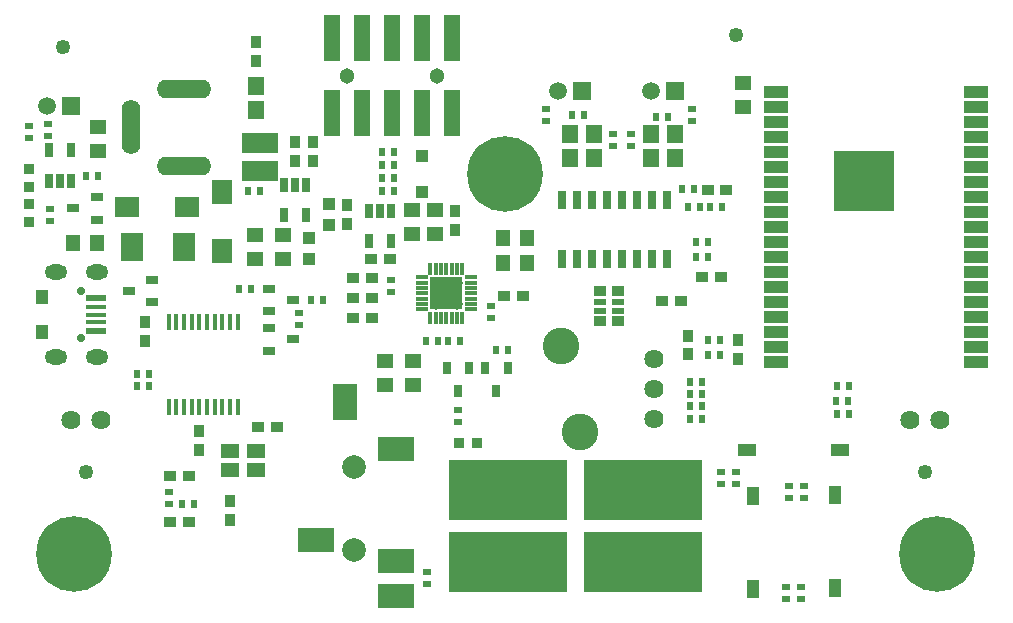
<source format=gbr>
G04 #@! TF.GenerationSoftware,KiCad,Pcbnew,5.1.0-unknown-223e24f~82~ubuntu18.04.1*
G04 #@! TF.CreationDate,2019-04-23T11:49:51+03:00*
G04 #@! TF.ProjectId,ESP32-ADF_Rev_B,45535033-322d-4414-9446-5f5265765f42,rev?*
G04 #@! TF.SameCoordinates,Original*
G04 #@! TF.FileFunction,Soldermask,Top*
G04 #@! TF.FilePolarity,Negative*
%FSLAX46Y46*%
G04 Gerber Fmt 4.6, Leading zero omitted, Abs format (unit mm)*
G04 Created by KiCad (PCBNEW 5.1.0-unknown-223e24f~82~ubuntu18.04.1) date 2019-04-23 11:49:51*
%MOMM*%
%LPD*%
G04 APERTURE LIST*
%ADD10R,0.901600X1.001600*%
%ADD11R,1.001600X0.901600*%
%ADD12R,1.371600X1.151600*%
%ADD13R,1.151600X1.371600*%
%ADD14R,0.801600X1.001600*%
%ADD15R,1.001600X0.801600*%
%ADD16R,0.601600X0.651600*%
%ADD17R,1.501600X1.301600*%
%ADD18R,1.051600X1.051600*%
%ADD19R,0.771600X1.551600*%
%ADD20R,1.117600X1.117600*%
%ADD21R,1.371600X3.911600*%
%ADD22C,1.301600*%
%ADD23O,1.601600X4.601600*%
%ADD24O,4.601600X1.601600*%
%ADD25R,0.651600X0.601600*%
%ADD26R,2.101600X1.001600*%
%ADD27R,5.101600X5.101600*%
%ADD28C,2.101600*%
%ADD29R,1.625600X1.117600*%
%ADD30C,3.101600*%
%ADD31C,1.625600*%
%ADD32R,1.501600X1.501600*%
%ADD33C,1.501600*%
%ADD34C,6.401600*%
%ADD35R,1.117600X1.625600*%
%ADD36R,1.371600X1.625600*%
%ADD37R,0.651600X1.301600*%
%ADD38C,2.001600*%
%ADD39R,3.101600X2.101600*%
%ADD40R,2.101600X3.101600*%
%ADD41R,0.901600X0.901600*%
%ADD42R,1.879600X2.387600*%
%ADD43R,2.101600X1.801600*%
%ADD44R,1.801600X2.101600*%
%ADD45R,3.101600X1.701600*%
%ADD46R,0.426600X1.371600*%
%ADD47R,1.001600X0.301600*%
%ADD48R,0.301600X1.001600*%
%ADD49C,1.701600*%
%ADD50C,0.991600*%
%ADD51R,2.801600X2.801600*%
%ADD52R,1.751600X0.601600*%
%ADD53R,1.751600X0.426600*%
%ADD54C,0.701600*%
%ADD55R,1.101600X1.201600*%
%ADD56O,1.901600X1.301600*%
%ADD57R,10.101600X5.101600*%
%ADD58C,1.254000*%
%ADD59R,1.117600X0.609600*%
%ADD60R,1.117600X0.863600*%
G04 APERTURE END LIST*
D10*
X75400000Y-38200000D03*
X75400000Y-36600000D03*
X80233520Y-46654620D03*
X80233520Y-45054620D03*
X78709520Y-46667320D03*
X78709520Y-45067320D03*
X83100000Y-52000000D03*
X83100000Y-50400000D03*
D11*
X85100000Y-55000000D03*
X86700000Y-55000000D03*
X83600000Y-60006500D03*
X85200000Y-60006500D03*
X83600000Y-58306500D03*
X85200000Y-58306500D03*
D10*
X92250260Y-50894080D03*
X92250260Y-52494080D03*
D11*
X97995640Y-58150760D03*
X96395640Y-58150760D03*
X83591500Y-56562500D03*
X85191500Y-56562500D03*
D10*
X111993680Y-61468100D03*
X111993680Y-63068100D03*
D11*
X69734240Y-73342140D03*
X68134240Y-73342140D03*
D10*
X73197720Y-77088900D03*
X73197720Y-75488900D03*
D11*
X77177800Y-69245480D03*
X75577800Y-69245480D03*
D10*
X70573900Y-71163080D03*
X70573900Y-69563080D03*
X65976500Y-60350500D03*
X65976500Y-61950500D03*
X116200000Y-63461000D03*
X116200000Y-61861000D03*
D11*
X69715280Y-77238860D03*
X68115280Y-77238860D03*
X114730000Y-56496000D03*
X113130000Y-56496000D03*
X115211760Y-49110900D03*
X113611760Y-49110900D03*
X111353500Y-58547000D03*
X109753500Y-58547000D03*
D12*
X116583460Y-40083740D03*
X116583460Y-42115740D03*
D13*
X59884000Y-53600000D03*
X61916000Y-53600000D03*
D12*
X62000000Y-43784000D03*
X62000000Y-45816000D03*
X75300000Y-55016000D03*
X75300000Y-52984000D03*
X77700000Y-55016000D03*
X77700000Y-52984000D03*
X88623140Y-50807620D03*
X88623140Y-52839620D03*
X90563700Y-50825400D03*
X90563700Y-52857400D03*
X88700000Y-63584000D03*
X88700000Y-65616000D03*
X86300000Y-63584000D03*
X86300000Y-65616000D03*
D13*
X96277000Y-55353000D03*
X98309000Y-55353000D03*
X96277000Y-53250000D03*
X98309000Y-53250000D03*
D14*
X96677520Y-64204340D03*
X94777520Y-64204340D03*
X95727520Y-66204340D03*
D15*
X61900000Y-51650000D03*
X61900000Y-49750000D03*
X59900000Y-50700000D03*
X66600000Y-58650000D03*
X66600000Y-56750000D03*
X64600000Y-57700000D03*
D14*
X93421240Y-64204340D03*
X91521240Y-64204340D03*
X92471240Y-66204340D03*
D15*
X76500000Y-60850000D03*
X76500000Y-62750000D03*
X78500000Y-61800000D03*
X76507440Y-57499960D03*
X76507440Y-59399960D03*
X78507440Y-58449960D03*
D16*
X113835180Y-50586640D03*
X114851180Y-50586640D03*
X111996220Y-50599340D03*
X113012220Y-50599340D03*
D17*
X73212780Y-71239480D03*
X75412780Y-72839480D03*
X75412780Y-71239480D03*
X73212780Y-72839480D03*
D18*
X89451180Y-49347720D03*
X89451180Y-46247720D03*
D19*
X101325680Y-50001400D03*
X102595680Y-50001400D03*
X103865680Y-50001400D03*
X105135680Y-50001400D03*
X106405680Y-50001400D03*
X107675680Y-50001400D03*
X108945680Y-50001400D03*
X110215680Y-50001400D03*
X110215680Y-54951400D03*
X108945680Y-54951400D03*
X107675680Y-54951400D03*
X106405680Y-54951400D03*
X105135680Y-54951400D03*
X103865680Y-54951400D03*
X102595680Y-54951400D03*
X101325680Y-54951400D03*
D20*
X81600000Y-50322000D03*
X81600000Y-52100000D03*
X79900000Y-54989000D03*
X79900000Y-53211000D03*
D21*
X91986100Y-36283900D03*
X91986100Y-42633900D03*
X89446100Y-36283900D03*
X89446100Y-42633900D03*
X86906100Y-36283900D03*
X86906100Y-42633900D03*
X84366100Y-36283900D03*
X84366100Y-42633900D03*
X81826100Y-36283900D03*
X81826100Y-42633900D03*
D22*
X83096100Y-39458900D03*
X90716100Y-39458900D03*
D23*
X64800000Y-43800000D03*
D24*
X69250000Y-40600000D03*
X69250000Y-47100000D03*
D25*
X112306100Y-43329860D03*
X112306100Y-42313860D03*
X107091480Y-44378880D03*
X107091480Y-45394880D03*
D16*
X112672000Y-53530500D03*
X113688000Y-53530500D03*
D25*
X105610660Y-45405040D03*
X105610660Y-44389040D03*
X99966780Y-42291000D03*
X99966780Y-43307000D03*
X120500000Y-75258000D03*
X120500000Y-74242000D03*
X116000000Y-74008000D03*
X116000000Y-72992000D03*
D16*
X110236000Y-42926000D03*
X109220000Y-42926000D03*
X103124000Y-42799000D03*
X102108000Y-42799000D03*
X124561600Y-65725040D03*
X125577600Y-65725040D03*
X90754200Y-61958220D03*
X89738200Y-61958220D03*
X92659460Y-61954380D03*
X91643460Y-61954380D03*
D25*
X56200000Y-43727000D03*
X56200000Y-44743000D03*
X95300000Y-60008000D03*
X95300000Y-58992000D03*
D16*
X96680020Y-62669420D03*
X95664020Y-62669420D03*
D25*
X57800000Y-43592000D03*
X57800000Y-44608000D03*
X121500000Y-83758000D03*
X121500000Y-82742000D03*
X57900000Y-50792000D03*
X57900000Y-51808000D03*
X86800000Y-57808000D03*
X86800000Y-56792000D03*
D16*
X62008000Y-48000000D03*
X60992000Y-48000000D03*
X87044220Y-45954000D03*
X86028220Y-45954000D03*
X87040720Y-47037500D03*
X86024720Y-47037500D03*
X87040720Y-49196500D03*
X86024720Y-49196500D03*
X87044220Y-48117000D03*
X86028220Y-48117000D03*
X125547120Y-68099940D03*
X124531120Y-68099940D03*
D25*
X89900000Y-81492000D03*
X89900000Y-82508000D03*
D16*
X113692000Y-63150000D03*
X114708000Y-63150000D03*
D25*
X68034240Y-74734140D03*
X68034240Y-75750140D03*
D16*
X114708000Y-61850000D03*
X113692000Y-61850000D03*
X69082920Y-75745340D03*
X70098920Y-75745340D03*
X75758000Y-49250000D03*
X74742000Y-49250000D03*
X113676000Y-54845000D03*
X112660000Y-54845000D03*
X112438180Y-49088040D03*
X111422180Y-49088040D03*
D25*
X120250000Y-83758000D03*
X120250000Y-82742000D03*
D16*
X113179500Y-66413500D03*
X112163500Y-66413500D03*
X65283080Y-65714880D03*
X66299080Y-65714880D03*
X113179500Y-65413500D03*
X112163500Y-65413500D03*
X81079340Y-58442860D03*
X80063340Y-58442860D03*
X113179500Y-68513500D03*
X112163500Y-68513500D03*
X113179500Y-67413500D03*
X112163500Y-67413500D03*
X65303400Y-64701420D03*
X66319400Y-64701420D03*
D25*
X78986380Y-60563760D03*
X78986380Y-59547760D03*
D16*
X74942700Y-57513220D03*
X73926700Y-57513220D03*
D25*
X92489020Y-67800220D03*
X92489020Y-68816220D03*
X114750000Y-74008000D03*
X114750000Y-72992000D03*
X121750000Y-75250000D03*
X121750000Y-74234000D03*
D16*
X124526040Y-66984880D03*
X125542040Y-66984880D03*
D26*
X136368680Y-62444200D03*
X136368680Y-61174200D03*
X136368680Y-59904200D03*
X136368680Y-58634200D03*
X136368680Y-63714200D03*
X119368680Y-63714200D03*
X119368680Y-58634200D03*
X119368680Y-59904200D03*
X119368680Y-61174200D03*
X119368680Y-62444200D03*
X119368680Y-40854200D03*
X119368680Y-42124200D03*
X119368680Y-43394200D03*
X119368680Y-44664200D03*
X119368680Y-45934200D03*
X119368680Y-47204200D03*
X119368680Y-48474200D03*
X119368680Y-49744200D03*
X119368680Y-51014200D03*
X119368680Y-52284200D03*
X119368680Y-53554200D03*
X119368680Y-54824200D03*
X119368680Y-56094200D03*
X119368680Y-57364200D03*
X136368680Y-57364200D03*
X136368680Y-56094200D03*
X136368680Y-54824200D03*
X136368680Y-53554200D03*
X136368680Y-52284200D03*
X136368680Y-51014200D03*
X136368680Y-49744200D03*
X136368680Y-48474200D03*
X136368680Y-47204200D03*
X136368680Y-45934200D03*
X136368680Y-44664200D03*
X136368680Y-43394200D03*
X136368680Y-42124200D03*
X136368680Y-40854200D03*
D27*
X126868680Y-48364200D03*
D28*
X126868680Y-48364200D03*
D29*
X116963000Y-71199000D03*
X124837000Y-71199000D03*
D30*
X101180000Y-62350000D03*
X102780000Y-69650000D03*
D31*
X109080000Y-63460000D03*
X109080000Y-66000000D03*
X109080000Y-68540000D03*
X133270000Y-68595000D03*
X130730000Y-68595000D03*
X62270000Y-68595000D03*
X59730000Y-68595000D03*
D32*
X59682380Y-42014140D03*
D33*
X57670700Y-42016680D03*
D32*
X110825380Y-40798140D03*
D33*
X108813700Y-40800680D03*
D32*
X102951380Y-40798140D03*
D33*
X100939700Y-40800680D03*
D22*
X96500000Y-45337000D03*
X96500000Y-50163000D03*
X94849000Y-49401000D03*
X94722000Y-46099000D03*
X98151000Y-49401000D03*
X98151000Y-46099000D03*
X94087000Y-47750000D03*
X98913000Y-47750000D03*
D34*
X96500000Y-47750000D03*
D35*
X124405025Y-82876340D03*
X124405025Y-75002340D03*
X117500000Y-82891000D03*
X117500000Y-75017000D03*
D36*
X110833000Y-44377000D03*
X110833000Y-46409000D03*
X108801000Y-44377000D03*
X108801000Y-46409000D03*
X103959000Y-44377000D03*
X103959000Y-46409000D03*
X101927000Y-44377000D03*
X101927000Y-46409000D03*
X75400000Y-42400000D03*
X75400000Y-40368000D03*
D37*
X86850000Y-50900000D03*
X85900000Y-50900000D03*
X84950000Y-50900000D03*
X86850000Y-53500000D03*
X84950000Y-53500000D03*
X79650000Y-48700000D03*
X78700000Y-48700000D03*
X77750000Y-48700000D03*
X79650000Y-51300000D03*
X77750000Y-51300000D03*
X57850000Y-48400000D03*
X58800000Y-48400000D03*
X59750000Y-48400000D03*
X57850000Y-45800000D03*
X59750000Y-45800000D03*
D38*
X83700000Y-72600000D03*
X83700000Y-79600000D03*
D39*
X87200000Y-80600000D03*
D40*
X82900000Y-67100000D03*
D39*
X80500000Y-78800000D03*
X87200000Y-71100000D03*
X87200000Y-83500000D03*
D41*
X56200000Y-51862000D03*
X56200000Y-50338000D03*
X92527120Y-70563740D03*
X94051120Y-70563740D03*
D42*
X69277000Y-54000000D03*
X64923000Y-54000000D03*
D43*
X64500000Y-50600000D03*
X69500000Y-50600000D03*
D44*
X72500000Y-54300000D03*
X72500000Y-49300000D03*
D45*
X75727560Y-45165160D03*
X75727560Y-47565160D03*
D22*
X60000000Y-77587000D03*
X60000000Y-82413000D03*
X58349000Y-81651000D03*
X58222000Y-78349000D03*
X61651000Y-81651000D03*
X61651000Y-78349000D03*
X57587000Y-80000000D03*
X62413000Y-80000000D03*
D34*
X60000000Y-80000000D03*
D22*
X133000000Y-77587000D03*
X133000000Y-82413000D03*
X131349000Y-81651000D03*
X131222000Y-78349000D03*
X134651000Y-81651000D03*
X134651000Y-78349000D03*
X130587000Y-80000000D03*
X135413000Y-80000000D03*
D34*
X133000000Y-80000000D03*
D41*
X56200000Y-47338000D03*
X56200000Y-48862000D03*
D46*
X67975000Y-67519500D03*
X68625000Y-67519500D03*
X69275000Y-67519500D03*
X69925000Y-67519500D03*
X70575000Y-67519500D03*
X71225000Y-67519500D03*
X71875000Y-67519500D03*
X72525000Y-67519500D03*
X73175000Y-67519500D03*
X73825000Y-67519500D03*
X73825000Y-60280500D03*
X73175000Y-60280500D03*
X72525000Y-60280500D03*
X71875000Y-60280500D03*
X71225000Y-60280500D03*
X70575000Y-60280500D03*
X69925000Y-60280500D03*
X69275000Y-60280500D03*
X68625000Y-60280500D03*
X67975000Y-60280500D03*
D47*
X93583820Y-59250000D03*
X93583820Y-58800000D03*
X93583820Y-58350000D03*
X93583820Y-57900000D03*
X93583820Y-57450000D03*
X93583820Y-57000000D03*
X93583820Y-56550000D03*
D48*
X92850000Y-55816180D03*
X92400000Y-55816180D03*
X91950000Y-55816180D03*
X91500000Y-55816180D03*
X91050000Y-55816180D03*
X90600000Y-55816180D03*
X90150000Y-55816180D03*
D47*
X89416180Y-56550000D03*
X89416180Y-57000000D03*
X89416180Y-57450000D03*
X89416180Y-57900000D03*
X89416180Y-58350000D03*
X89416180Y-58800000D03*
X89416180Y-59250000D03*
D48*
X90150000Y-59983820D03*
X90600000Y-59983820D03*
X91050000Y-59983820D03*
X91500000Y-59983820D03*
X91950000Y-59983820D03*
X92400000Y-59983820D03*
X92850000Y-59983820D03*
D49*
X91500000Y-57900000D03*
D50*
X92400000Y-58800000D03*
X92400000Y-57000000D03*
X90600000Y-58800000D03*
X90600000Y-57000000D03*
D51*
X91500000Y-57900000D03*
D52*
X61824000Y-58312500D03*
D53*
X61824000Y-59050000D03*
X61824000Y-59700000D03*
X61824000Y-60350000D03*
D52*
X61824000Y-61087500D03*
D54*
X60574000Y-57700000D03*
X60574000Y-61700000D03*
D55*
X57274000Y-58200000D03*
X57274000Y-61200000D03*
D56*
X58424000Y-56100000D03*
X61894000Y-56100000D03*
X61894000Y-63300000D03*
X58424000Y-63300000D03*
D57*
X96734025Y-80625000D03*
X96734025Y-74539339D03*
X108184025Y-80625000D03*
X108184025Y-74525000D03*
D58*
X59000000Y-37000000D03*
X61000000Y-73000000D03*
X132000000Y-73000000D03*
X116000000Y-36000000D03*
D59*
X106067860Y-58610500D03*
X106067860Y-59372500D03*
X104543860Y-58610500D03*
X104543860Y-59372500D03*
D60*
X106067860Y-57721500D03*
X104543860Y-57721500D03*
X106067860Y-60261500D03*
X104543860Y-60261500D03*
M02*

</source>
